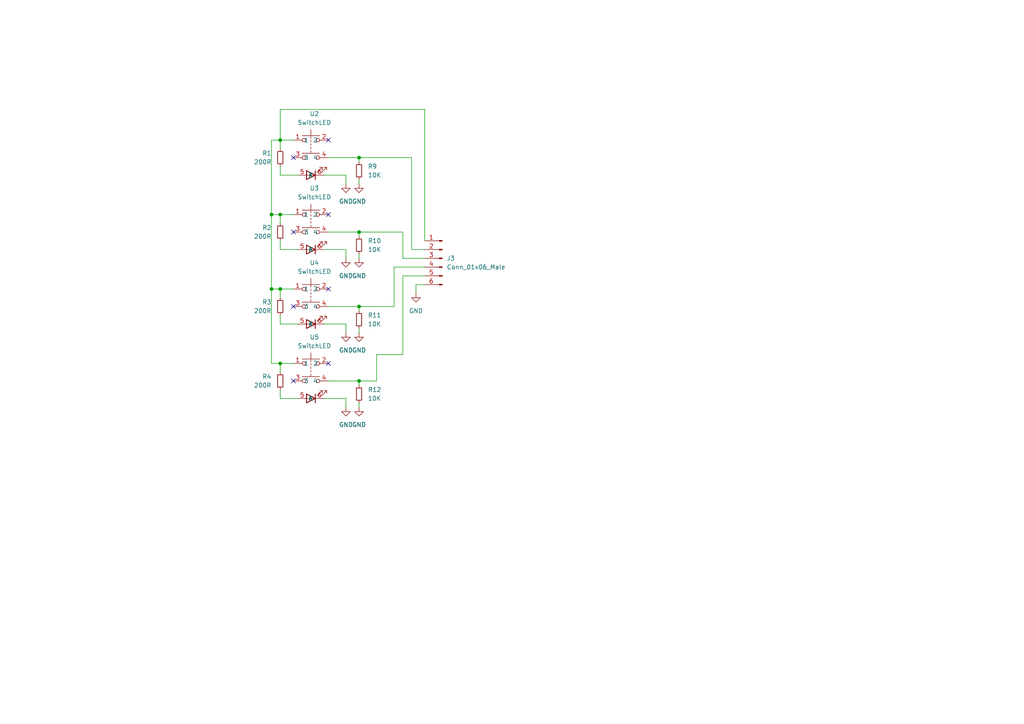
<source format=kicad_sch>
(kicad_sch (version 20211123) (generator eeschema)
  (paper "A4")
  (lib_symbols
    (symbol "Connector:Conn_01x06_Male" (pin_names (offset 1.016) hide)
      (property "Reference" "J" (at 0 7.62 0))
      (property "Value" "Conn_01x06_Male" (at 0 -10.16 0))
      (symbol "Conn_01x06_Male_1_1"
        (polyline (pts (xy 1.27 -7.62) (xy 0.8636 -7.62)) (stroke (width 0.1524)))
        (polyline (pts (xy 1.27 -5.08) (xy 0.8636 -5.08)) (stroke (width 0.1524)))
        (polyline (pts (xy 1.27 -2.54) (xy 0.8636 -2.54)) (stroke (width 0.1524)))
        (polyline (pts (xy 1.27 0) (xy 0.8636 0)) (stroke (width 0.1524)))
        (polyline (pts (xy 1.27 2.54) (xy 0.8636 2.54)) (stroke (width 0.1524)))
        (polyline (pts (xy 1.27 5.08) (xy 0.8636 5.08)) (stroke (width 0.1524)))
        (rectangle (start 0.8636 -7.493) (end 0 -7.747) (stroke (width 0.1524)) (fill (type outline)))
        (rectangle (start 0.8636 -4.953) (end 0 -5.207) (stroke (width 0.1524)) (fill (type outline)))
        (rectangle (start 0.8636 -2.413) (end 0 -2.667) (stroke (width 0.1524)) (fill (type outline)))
        (rectangle (start 0.8636 0.127) (end 0 -0.127) (stroke (width 0.1524)) (fill (type outline)))
        (rectangle (start 0.8636 2.667) (end 0 2.413) (stroke (width 0.1524)) (fill (type outline)))
        (rectangle (start 0.8636 5.207) (end 0 4.953) (stroke (width 0.1524)) (fill (type outline)))
        (pin passive line (at 5.08 5.08 180) (length 3.81) (name "Pin_1") (number "1"))
        (pin passive line (at 5.08 2.54 180) (length 3.81) (name "Pin_2") (number "2"))
        (pin passive line (at 5.08 0 180) (length 3.81) (name "Pin_3") (number "3"))
        (pin passive line (at 5.08 -2.54 180) (length 3.81) (name "Pin_4") (number "4"))
        (pin passive line (at 5.08 -5.08 180) (length 3.81) (name "Pin_5") (number "5"))
        (pin passive line (at 5.08 -7.62 180) (length 3.81) (name "Pin_6") (number "6"))
      )
    )
    (symbol "Device:R_Small" (pin_numbers hide) (pin_names (offset 0.254) hide)
      (property "Reference" "R" (at 0.762 0.508 0))
      (property "Value" "R_Small" (at 0.762 -1.016 0))
      (symbol "R_Small_0_1"
        (rectangle (start -0.762 1.778) (end 0.762 -1.778) (stroke (width 0.2032)))
      )
      (symbol "R_Small_1_1"
        (pin passive line (at 0 2.54 270) (length 0.762) (name "~") (number "1"))
        (pin passive line (at 0 -2.54 90) (length 0.762) (name "~") (number "2"))
      )
    )
    (symbol "power:GND" (power) (pin_names (offset 0))
      (property "Value" "GND" (at 0 -3.81 0))
      (symbol "GND_0_1"
        (polyline (pts (xy 0 0) (xy 0 -1.27) (xy 1.27 -1.27) (xy 0 -2.54) (xy -1.27 -1.27) (xy 0 -1.27)))
      )
      (symbol "GND_1_1"
        (pin power_in line (at 0 0 270) (length 0) hide (name "GND") (number "1"))
      )
    )
    (symbol "swtichled:SwitchLED"
      (property "Reference" "U" (at 0 2.54 0))
      (property "Value" "SwitchLED" (at 0 0 0))
      (symbol "SwitchLED_0_1"
        (circle (center -2.032 -10.16) (radius 0.508))
        (circle (center -2.032 -5.08) (radius 0.508))
        (polyline (pts (xy 0 -8.128) (xy 0 -8.636)))
        (polyline (pts (xy 0 -7.112) (xy 0 -7.62)))
        (polyline (pts (xy 0 -6.604) (xy 0 -6.096)))
        (polyline (pts (xy 0 -5.588) (xy 0 -5.08)))
        (polyline (pts (xy 0 -4.572) (xy 0 -4.064)))
        (polyline (pts (xy 0 -3.81) (xy 0 -2.032)))
        (polyline (pts (xy 1.27 -15.24) (xy -1.27 -15.24)))
        (polyline (pts (xy 1.27 -13.97) (xy 1.27 -16.51)) (stroke (width 0.254)))
        (polyline (pts (xy 2.54 -8.89) (xy -2.54 -8.89)))
        (polyline (pts (xy 2.54 -3.81) (xy -2.54 -3.81)))
        (polyline (pts (xy -1.27 -13.97) (xy -1.27 -16.51) (xy 1.27 -15.24) (xy -1.27 -13.97)) (stroke (width 0.254)))
        (polyline (pts (xy 1.778 -14.478) (xy 3.302 -12.954) (xy 2.54 -12.954) (xy 3.302 -12.954) (xy 3.302 -13.716)))
        (polyline (pts (xy 3.048 -14.478) (xy 4.572 -12.954) (xy 3.81 -12.954) (xy 4.572 -12.954) (xy 4.572 -13.716)))
        (circle (center 2.032 -10.16) (radius 0.508))
        (circle (center 2.032 -5.08) (radius 0.508))
        (pin passive line (at -5.08 -5.08 0) (length 2.54) (name "1") (number "1"))
        (pin passive line (at 5.08 -5.08 180) (length 2.54) (name "2") (number "2"))
        (pin passive line (at -5.08 -10.16 0) (length 2.54) (name "3") (number "3"))
        (pin passive line (at 5.08 -10.16 180) (length 2.54) (name "4") (number "4"))
      )
      (symbol "SwitchLED_1_1"
        (pin passive line (at -3.81 -15.24 0) (length 2.54) (name "A") (number "5"))
        (pin passive line (at 3.81 -15.24 180) (length 2.54) (name "K") (number "6"))
      )
    )
  )
  (junction (at 104.14 67.31))
  (junction (at 78.74 83.82))
  (junction (at 104.14 110.49))
  (junction (at 81.28 62.23))
  (junction (at 104.14 45.72))
  (junction (at 78.74 62.23))
  (junction (at 81.28 83.82))
  (junction (at 81.28 40.64))
  (junction (at 81.28 105.41))
  (junction (at 104.14 88.9))
  (no_connect (at 85.09 45.72))
  (no_connect (at 85.09 110.49))
  (no_connect (at 85.09 88.9))
  (no_connect (at 95.25 105.41))
  (no_connect (at 95.25 40.64))
  (no_connect (at 85.09 67.31))
  (no_connect (at 95.25 83.82))
  (no_connect (at 95.25 62.23))
  (wire (pts (xy 81.28 72.39) (xy 86.36 72.39)))
  (wire (pts (xy 93.98 115.57) (xy 100.33 115.57)))
  (wire (pts (xy 81.28 105.41) (xy 81.28 107.95)))
  (wire (pts (xy 116.84 67.31) (xy 116.84 74.93)))
  (wire (pts (xy 116.84 102.87) (xy 116.84 80.01)))
  (wire (pts (xy 93.98 72.39) (xy 100.33 72.39)))
  (wire (pts (xy 81.28 40.64) (xy 78.74 40.64)))
  (wire (pts (xy 78.74 62.23) (xy 78.74 83.82)))
  (wire (pts (xy 109.22 102.87) (xy 116.84 102.87)))
  (wire (pts (xy 104.14 116.84) (xy 104.14 118.11)))
  (wire (pts (xy 81.28 40.64) (xy 85.09 40.64)))
  (wire (pts (xy 114.3 77.47) (xy 114.3 88.9)))
  (wire (pts (xy 81.28 115.57) (xy 86.36 115.57)))
  (wire (pts (xy 95.25 45.72) (xy 104.14 45.72)))
  (wire (pts (xy 123.19 82.55) (xy 120.65 82.55)))
  (wire (pts (xy 119.38 45.72) (xy 119.38 72.39)))
  (wire (pts (xy 104.14 45.72) (xy 119.38 45.72)))
  (wire (pts (xy 81.28 93.98) (xy 86.36 93.98)))
  (wire (pts (xy 95.25 110.49) (xy 104.14 110.49)))
  (wire (pts (xy 104.14 68.58) (xy 104.14 67.31)))
  (wire (pts (xy 85.09 105.41) (xy 81.28 105.41)))
  (wire (pts (xy 104.14 90.17) (xy 104.14 88.9)))
  (wire (pts (xy 109.22 110.49) (xy 109.22 102.87)))
  (wire (pts (xy 78.74 83.82) (xy 81.28 83.82)))
  (wire (pts (xy 85.09 83.82) (xy 81.28 83.82)))
  (wire (pts (xy 81.28 40.64) (xy 81.28 43.18)))
  (wire (pts (xy 100.33 115.57) (xy 100.33 118.11)))
  (wire (pts (xy 93.98 93.98) (xy 100.33 93.98)))
  (wire (pts (xy 81.28 31.75) (xy 123.19 31.75)))
  (wire (pts (xy 95.25 88.9) (xy 104.14 88.9)))
  (wire (pts (xy 104.14 67.31) (xy 116.84 67.31)))
  (wire (pts (xy 120.65 82.55) (xy 120.65 85.09)))
  (wire (pts (xy 104.14 73.66) (xy 104.14 74.93)))
  (wire (pts (xy 78.74 40.64) (xy 78.74 62.23)))
  (wire (pts (xy 104.14 88.9) (xy 114.3 88.9)))
  (wire (pts (xy 78.74 105.41) (xy 81.28 105.41)))
  (wire (pts (xy 104.14 110.49) (xy 109.22 110.49)))
  (wire (pts (xy 81.28 31.75) (xy 81.28 40.64)))
  (wire (pts (xy 104.14 95.25) (xy 104.14 96.52)))
  (wire (pts (xy 81.28 91.44) (xy 81.28 93.98)))
  (wire (pts (xy 100.33 93.98) (xy 100.33 96.52)))
  (wire (pts (xy 81.28 48.26) (xy 81.28 50.8)))
  (wire (pts (xy 81.28 62.23) (xy 81.28 64.77)))
  (wire (pts (xy 78.74 62.23) (xy 81.28 62.23)))
  (wire (pts (xy 104.14 111.76) (xy 104.14 110.49)))
  (wire (pts (xy 104.14 46.99) (xy 104.14 45.72)))
  (wire (pts (xy 123.19 69.85) (xy 123.19 31.75)))
  (wire (pts (xy 81.28 50.8) (xy 86.36 50.8)))
  (wire (pts (xy 81.28 69.85) (xy 81.28 72.39)))
  (wire (pts (xy 116.84 80.01) (xy 123.19 80.01)))
  (wire (pts (xy 95.25 67.31) (xy 104.14 67.31)))
  (wire (pts (xy 81.28 83.82) (xy 81.28 86.36)))
  (wire (pts (xy 104.14 52.07) (xy 104.14 53.34)))
  (wire (pts (xy 116.84 74.93) (xy 123.19 74.93)))
  (wire (pts (xy 119.38 72.39) (xy 123.19 72.39)))
  (wire (pts (xy 100.33 72.39) (xy 100.33 74.93)))
  (wire (pts (xy 100.33 50.8) (xy 100.33 53.34)))
  (wire (pts (xy 85.09 62.23) (xy 81.28 62.23)))
  (wire (pts (xy 78.74 83.82) (xy 78.74 105.41)))
  (wire (pts (xy 93.98 50.8) (xy 100.33 50.8)))
  (wire (pts (xy 114.3 77.47) (xy 123.19 77.47)))
  (wire (pts (xy 81.28 113.03) (xy 81.28 115.57)))
  (symbol (lib_id "Device:R_Small") (at 104.14 49.53 180) (unit 1)
    (property "Reference" "R9" (at 106.68 48.26 0) (effects (justify right)))
    (property "Value" "10K" (at 106.68 50.7999 0) (effects (justify right)))
    (property "Footprint" "Resistor_SMD:R_0402_1005Metric" (effects hide))
  )
  (symbol (lib_id "Device:R_Small") (at 81.28 67.31 0) (mirror x) (unit 1)
    (property "Reference" "R2" (at 78.74 66.04 0) (effects (justify right)))
    (property "Value" "200R" (at 78.74 68.5799 0) (effects (justify right)))
    (property "Footprint" "Resistor_SMD:R_0402_1005Metric" (effects hide))
  )
  (symbol (lib_id "Connector:Conn_01x06_Male") (at 128.27 74.93 0) (mirror y) (unit 1)
    (property "Reference" "J3" (at 129.54 74.9299 0) (effects (justify right)))
    (property "Value" "Conn_01x06_Male" (at 129.54 77.4699 0) (effects (justify right)))
    (property "Footprint" "Connector_PinHeader_2.54mm:PinHeader_1x06_P2.54mm_Vertical" (effects hide))
  )
  (symbol (lib_id "power:GND") (at 104.14 96.52 0) (unit 1)
    (property "Reference" "#PWR0136" (effects hide))
    (property "Value" "GND" (at 104.14 101.6 0))
  )
  (symbol (lib_id "Device:R_Small") (at 104.14 71.12 180) (unit 1)
    (property "Reference" "R10" (at 106.68 69.85 0) (effects (justify right)))
    (property "Value" "10K" (at 106.68 72.3899 0) (effects (justify right)))
    (property "Footprint" "Resistor_SMD:R_0402_1005Metric" (effects hide))
  )
  (symbol (lib_id "Device:R_Small") (at 81.28 45.72 0) (mirror x) (unit 1)
    (property "Reference" "R1" (at 78.74 44.45 0) (effects (justify right)))
    (property "Value" "200R" (at 78.74 46.9899 0) (effects (justify right)))
    (property "Footprint" "Resistor_SMD:R_0402_1005Metric" (effects hide))
  )
  (symbol (lib_id "power:GND") (at 100.33 118.11 0) (unit 1)
    (property "Reference" "#PWR0113" (effects hide))
    (property "Value" "GND" (at 100.33 123.19 0))
  )
  (symbol (lib_id "power:GND") (at 120.65 85.09 0) (unit 1)
    (property "Reference" "#PWR0108" (effects hide))
    (property "Value" "GND" (at 120.65 90.17 0))
  )
  (symbol (lib_id "swtichled:SwitchLED") (at 90.17 57.15 0) (unit 1)
    (property "Reference" "U3" (at 91.186 54.61 0))
    (property "Value" "SwitchLED" (at 91.186 57.15 0))
    (property "Footprint" "Library:SwitchLED" (effects hide))
  )
  (symbol (lib_id "Device:R_Small") (at 81.28 88.9 0) (mirror x) (unit 1)
    (property "Reference" "R3" (at 78.74 87.63 0) (effects (justify right)))
    (property "Value" "200R" (at 78.74 90.1699 0) (effects (justify right)))
    (property "Footprint" "Resistor_SMD:R_0402_1005Metric" (effects hide))
  )
  (symbol (lib_id "swtichled:SwitchLED") (at 90.17 35.56 0) (unit 1)
    (property "Reference" "U2" (at 91.186 33.02 0))
    (property "Value" "SwitchLED" (at 91.186 35.56 0))
    (property "Footprint" "Library:SwitchLED" (effects hide))
  )
  (symbol (lib_id "power:GND") (at 104.14 74.93 0) (unit 1)
    (property "Reference" "#PWR0135" (effects hide))
    (property "Value" "GND" (at 104.14 80.01 0))
  )
  (symbol (lib_id "power:GND") (at 100.33 74.93 0) (unit 1)
    (property "Reference" "#PWR0111" (effects hide))
    (property "Value" "GND" (at 100.33 80.01 0))
  )
  (symbol (lib_id "power:GND") (at 104.14 53.34 0) (unit 1)
    (property "Reference" "#PWR0134" (effects hide))
    (property "Value" "GND" (at 104.14 58.42 0))
  )
  (symbol (lib_id "Device:R_Small") (at 81.28 110.49 0) (mirror x) (unit 1)
    (property "Reference" "R4" (at 78.74 109.22 0) (effects (justify right)))
    (property "Value" "200R" (at 78.74 111.7599 0) (effects (justify right)))
    (property "Footprint" "Resistor_SMD:R_0402_1005Metric" (effects hide))
  )
  (symbol (lib_id "Device:R_Small") (at 104.14 114.3 180) (unit 1)
    (property "Reference" "R12" (at 106.68 113.03 0) (effects (justify right)))
    (property "Value" "10K" (at 106.68 115.5699 0) (effects (justify right)))
    (property "Footprint" "Resistor_SMD:R_0402_1005Metric" (effects hide))
  )
  (symbol (lib_id "swtichled:SwitchLED") (at 90.17 100.33 0) (unit 1)
    (property "Reference" "U5" (at 91.186 97.79 0))
    (property "Value" "SwitchLED" (at 91.186 100.33 0))
    (property "Footprint" "Library:SwitchLED" (effects hide))
  )
  (symbol (lib_id "swtichled:SwitchLED") (at 90.17 78.74 0) (unit 1)
    (property "Reference" "U4" (at 91.186 76.2 0))
    (property "Value" "SwitchLED" (at 91.186 78.74 0))
    (property "Footprint" "Library:SwitchLED" (effects hide))
  )
  (symbol (lib_id "Device:R_Small") (at 104.14 92.71 180) (unit 1)
    (property "Reference" "R11" (at 106.68 91.44 0) (effects (justify right)))
    (property "Value" "10K" (at 106.68 93.9799 0) (effects (justify right)))
    (property "Footprint" "Resistor_SMD:R_0402_1005Metric" (effects hide))
  )
  (symbol (lib_id "power:GND") (at 100.33 53.34 0) (unit 1)
    (property "Reference" "#PWR0107" (effects hide))
    (property "Value" "GND" (at 100.33 58.42 0))
  )
  (symbol (lib_id "power:GND") (at 100.33 96.52 0) (unit 1)
    (property "Reference" "#PWR0114" (effects hide))
    (property "Value" "GND" (at 100.33 101.6 0))
  )
  (symbol (lib_id "power:GND") (at 104.14 118.11 0) (unit 1)
    (property "Reference" "#PWR0143" (effects hide))
    (property "Value" "GND" (at 104.14 123.19 0))
  )
)
</source>
